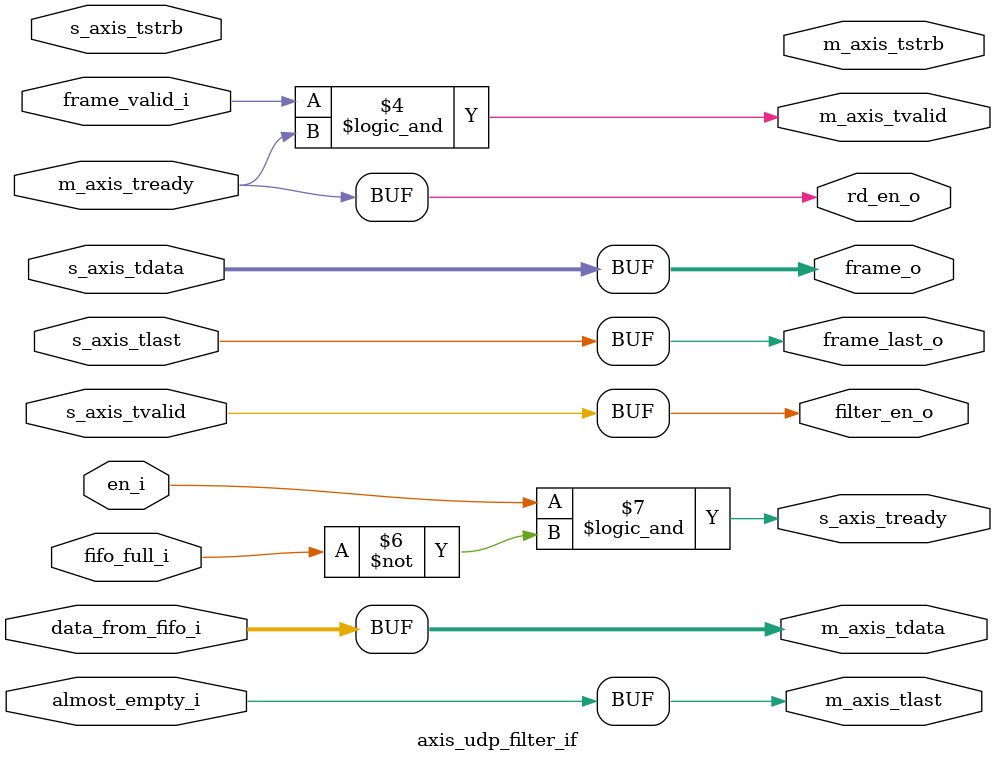
<source format=sv>


`timescale 1 ns / 1 ps


`ifdef XILINX
  `resetall
  `default_nettype none
`endif


module axis_udp_filter_if #
(
  localparam unsigned AXIS_DATA_WIDTH = 64
)
(
  output logic                                 m_axis_tvalid,
  output logic [AXIS_DATA_WIDTH - 1 : 0]       m_axis_tdata,
  output logic [(AXIS_DATA_WIDTH / 8) - 1 : 0] m_axis_tstrb, //todo:
  output logic                                 m_axis_tlast,
  input  logic                                 m_axis_tready,
  
  input  logic                                 s_axis_tvalid,
  input  logic [AXIS_DATA_WIDTH - 1 : 0]       s_axis_tdata,
  input  logic [(AXIS_DATA_WIDTH / 8) - 1 : 0] s_axis_tstrb, //todo:
  input  logic                                 s_axis_tlast,
  output logic                                 s_axis_tready,

  input  logic                                 en_i,

  input  logic                                 fifo_full_i,
  output logic                                 rd_en_o,
  input  logic [AXIS_DATA_WIDTH - 1 : 0]       data_from_fifo_i,
  input  logic                                 almost_empty_i,

  output logic                                 filter_en_o,
  output logic [AXIS_DATA_WIDTH - 1 : 0]       frame_o,
  output logic                                 frame_last_o,
  input  logic                                 frame_valid_i
);

  always_comb
    begin
      m_axis_tvalid    = (frame_valid_i == 'h1) && (m_axis_tready == 'h1);
      m_axis_tdata     = data_from_fifo_i;
      rd_en_o          = m_axis_tready;
      m_axis_tlast     = almost_empty_i;
      
      filter_en_o      = s_axis_tvalid;
      frame_o          = s_axis_tdata;
      frame_last_o     = s_axis_tlast;
      s_axis_tready    = (en_i == 'h1) && (fifo_full_i != 'h1);
    end


endmodule
</source>
